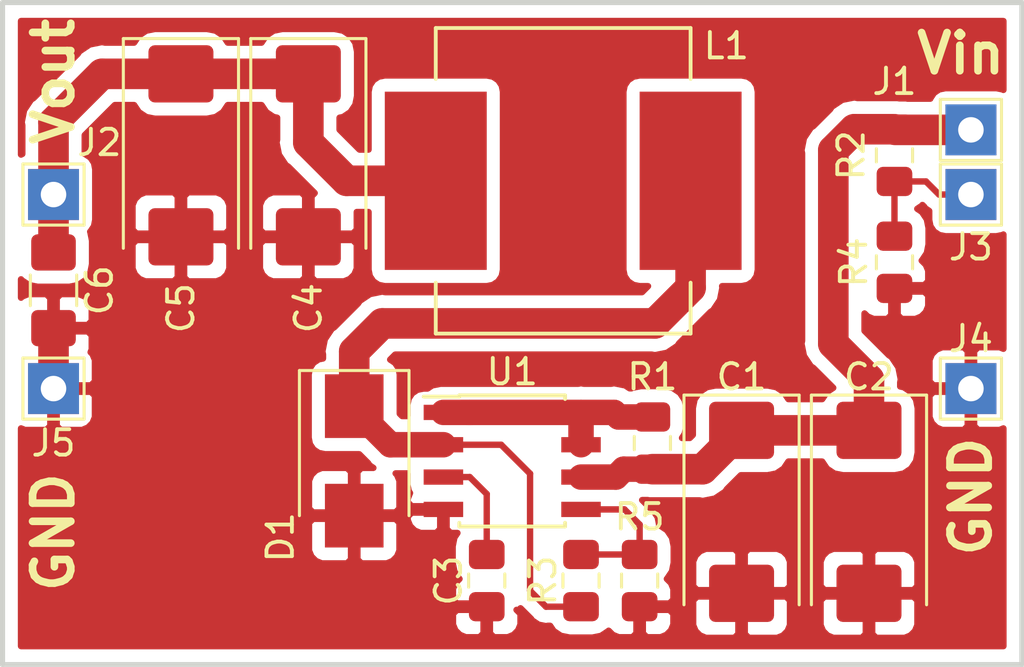
<source format=kicad_pcb>
(kicad_pcb (version 20171130) (host pcbnew 5.0.2-bee76a0~70~ubuntu18.04.1)

  (general
    (thickness 1.6)
    (drawings 8)
    (tracks 56)
    (zones 0)
    (modules 19)
    (nets 9)
  )

  (page A4)
  (layers
    (0 F.Cu signal)
    (31 B.Cu signal)
    (32 B.Adhes user hide)
    (33 F.Adhes user hide)
    (34 B.Paste user hide)
    (35 F.Paste user hide)
    (36 B.SilkS user)
    (37 F.SilkS user)
    (38 B.Mask user)
    (39 F.Mask user)
    (40 Dwgs.User user)
    (41 Cmts.User user)
    (42 Eco1.User user hide)
    (43 Eco2.User user hide)
    (44 Edge.Cuts user)
    (45 Margin user)
    (46 B.CrtYd user hide)
    (47 F.CrtYd user hide)
    (48 B.Fab user hide)
    (49 F.Fab user hide)
  )

  (setup
    (last_trace_width 0.25)
    (trace_clearance 0.2)
    (zone_clearance 0.508)
    (zone_45_only no)
    (trace_min 0.2)
    (segment_width 0.2)
    (edge_width 0.2)
    (via_size 0.8)
    (via_drill 0.4)
    (via_min_size 0.4)
    (via_min_drill 0.3)
    (uvia_size 0.3)
    (uvia_drill 0.1)
    (uvias_allowed no)
    (uvia_min_size 0.2)
    (uvia_min_drill 0.1)
    (pcb_text_width 0.3)
    (pcb_text_size 1.5 1.5)
    (mod_edge_width 0.15)
    (mod_text_size 1 1)
    (mod_text_width 0.15)
    (pad_size 2 2)
    (pad_drill 1)
    (pad_to_mask_clearance 0.051)
    (solder_mask_min_width 0.25)
    (aux_axis_origin 0 0)
    (grid_origin 50 100)
    (visible_elements FFFFFF7F)
    (pcbplotparams
      (layerselection 0x010fc_ffffffff)
      (usegerberextensions false)
      (usegerberattributes false)
      (usegerberadvancedattributes false)
      (creategerberjobfile false)
      (excludeedgelayer true)
      (linewidth 0.200000)
      (plotframeref false)
      (viasonmask false)
      (mode 1)
      (useauxorigin false)
      (hpglpennumber 1)
      (hpglpenspeed 20)
      (hpglpendiameter 15.000000)
      (psnegative false)
      (psa4output false)
      (plotreference true)
      (plotvalue true)
      (plotinvisibletext false)
      (padsonsilk false)
      (subtractmaskfromsilk false)
      (outputformat 1)
      (mirror false)
      (drillshape 1)
      (scaleselection 1)
      (outputdirectory ""))
  )

  (net 0 "")
  (net 1 "Net-(D1-Pad1)")
  (net 2 +5V)
  (net 3 Vin)
  (net 4 Vin_sense)
  (net 5 GNDD)
  (net 6 "Net-(R1-Pad2)")
  (net 7 "Net-(R3-Pad2)")
  (net 8 "Net-(C3-Pad1)")

  (net_class Default "This is the default net class."
    (clearance 0.2)
    (trace_width 0.25)
    (via_dia 0.8)
    (via_drill 0.4)
    (uvia_dia 0.3)
    (uvia_drill 0.1)
    (add_net +5V)
    (add_net GNDD)
    (add_net "Net-(C3-Pad1)")
    (add_net "Net-(D1-Pad1)")
    (add_net "Net-(R1-Pad2)")
    (add_net "Net-(R3-Pad2)")
    (add_net Vin)
    (add_net Vin_sense)
  )

  (module Capacitor_SMD:C_0805_2012Metric_Pad1.15x1.40mm_HandSolder (layer F.Cu) (tedit 5B36C52B) (tstamp 5CF7A8F3)
    (at 69 96.7 270)
    (descr "Capacitor SMD 0805 (2012 Metric), square (rectangular) end terminal, IPC_7351 nominal with elongated pad for handsoldering. (Body size source: https://docs.google.com/spreadsheets/d/1BsfQQcO9C6DZCsRaXUlFlo91Tg2WpOkGARC1WS5S8t0/edit?usp=sharing), generated with kicad-footprint-generator")
    (tags "capacitor handsolder")
    (path /5BC50407)
    (attr smd)
    (fp_text reference C3 (at 0 1.5 270) (layer F.SilkS)
      (effects (font (size 1 1) (thickness 0.15)))
    )
    (fp_text value 470pF (at 0 1.65 270) (layer F.Fab)
      (effects (font (size 1 1) (thickness 0.15)))
    )
    (fp_line (start -1 0.6) (end -1 -0.6) (layer F.Fab) (width 0.1))
    (fp_line (start -1 -0.6) (end 1 -0.6) (layer F.Fab) (width 0.1))
    (fp_line (start 1 -0.6) (end 1 0.6) (layer F.Fab) (width 0.1))
    (fp_line (start 1 0.6) (end -1 0.6) (layer F.Fab) (width 0.1))
    (fp_line (start -0.261252 -0.71) (end 0.261252 -0.71) (layer F.SilkS) (width 0.12))
    (fp_line (start -0.261252 0.71) (end 0.261252 0.71) (layer F.SilkS) (width 0.12))
    (fp_line (start -1.85 0.95) (end -1.85 -0.95) (layer F.CrtYd) (width 0.05))
    (fp_line (start -1.85 -0.95) (end 1.85 -0.95) (layer F.CrtYd) (width 0.05))
    (fp_line (start 1.85 -0.95) (end 1.85 0.95) (layer F.CrtYd) (width 0.05))
    (fp_line (start 1.85 0.95) (end -1.85 0.95) (layer F.CrtYd) (width 0.05))
    (fp_text user %R (at 0 0 270) (layer F.Fab)
      (effects (font (size 0.5 0.5) (thickness 0.08)))
    )
    (pad 1 smd roundrect (at -1.025 0 270) (size 1.15 1.4) (layers F.Cu F.Paste F.Mask) (roundrect_rratio 0.217391)
      (net 8 "Net-(C3-Pad1)"))
    (pad 2 smd roundrect (at 1.025 0 270) (size 1.15 1.4) (layers F.Cu F.Paste F.Mask) (roundrect_rratio 0.217391)
      (net 5 GNDD))
    (model ${KISYS3DMOD}/Capacitor_SMD.3dshapes/C_0805_2012Metric.wrl
      (at (xyz 0 0 0))
      (scale (xyz 1 1 1))
      (rotate (xyz 0 0 0))
    )
  )

  (module Capacitor_SMD:C_1206_3216Metric_Pad1.42x1.75mm_HandSolder (layer F.Cu) (tedit 5B301BBE) (tstamp 5CF7A8E2)
    (at 52 85.3 270)
    (descr "Capacitor SMD 1206 (3216 Metric), square (rectangular) end terminal, IPC_7351 nominal with elongated pad for handsoldering. (Body size source: http://www.tortai-tech.com/upload/download/2011102023233369053.pdf), generated with kicad-footprint-generator")
    (tags "capacitor handsolder")
    (path /5BC4B436)
    (attr smd)
    (fp_text reference C6 (at 0 -1.8 270) (layer F.SilkS)
      (effects (font (size 1 1) (thickness 0.15)))
    )
    (fp_text value "47uF 10V" (at 0 1.82 270) (layer F.Fab)
      (effects (font (size 1 1) (thickness 0.15)))
    )
    (fp_line (start -1.6 0.8) (end -1.6 -0.8) (layer F.Fab) (width 0.1))
    (fp_line (start -1.6 -0.8) (end 1.6 -0.8) (layer F.Fab) (width 0.1))
    (fp_line (start 1.6 -0.8) (end 1.6 0.8) (layer F.Fab) (width 0.1))
    (fp_line (start 1.6 0.8) (end -1.6 0.8) (layer F.Fab) (width 0.1))
    (fp_line (start -0.602064 -0.91) (end 0.602064 -0.91) (layer F.SilkS) (width 0.12))
    (fp_line (start -0.602064 0.91) (end 0.602064 0.91) (layer F.SilkS) (width 0.12))
    (fp_line (start -2.45 1.12) (end -2.45 -1.12) (layer F.CrtYd) (width 0.05))
    (fp_line (start -2.45 -1.12) (end 2.45 -1.12) (layer F.CrtYd) (width 0.05))
    (fp_line (start 2.45 -1.12) (end 2.45 1.12) (layer F.CrtYd) (width 0.05))
    (fp_line (start 2.45 1.12) (end -2.45 1.12) (layer F.CrtYd) (width 0.05))
    (fp_text user %R (at 0 0 270) (layer F.Fab)
      (effects (font (size 0.8 0.8) (thickness 0.12)))
    )
    (pad 1 smd roundrect (at -1.4875 0 270) (size 1.425 1.75) (layers F.Cu F.Paste F.Mask) (roundrect_rratio 0.175439)
      (net 2 +5V))
    (pad 2 smd roundrect (at 1.4875 0 270) (size 1.425 1.75) (layers F.Cu F.Paste F.Mask) (roundrect_rratio 0.175439)
      (net 5 GNDD))
    (model ${KISYS3DMOD}/Capacitor_SMD.3dshapes/C_1206_3216Metric.wrl
      (at (xyz 0 0 0))
      (scale (xyz 1 1 1))
      (rotate (xyz 0 0 0))
    )
  )

  (module Capacitor_Tantalum_SMD:CP_EIA-7343-31_Kemet-D_Pad2.25x2.55mm_HandSolder (layer F.Cu) (tedit 5B301BBE) (tstamp 5CF7A8D1)
    (at 79 94 270)
    (descr "Tantalum Capacitor SMD Kemet-D (7343-31 Metric), IPC_7351 nominal, (Body size from: http://www.kemet.com/Lists/ProductCatalog/Attachments/253/KEM_TC101_STD.pdf), generated with kicad-footprint-generator")
    (tags "capacitor tantalum")
    (path /5C07E108)
    (attr smd)
    (fp_text reference C1 (at -5.3 0) (layer F.SilkS)
      (effects (font (size 1 1) (thickness 0.15)))
    )
    (fp_text value "22uF 35V" (at 0 3.1 270) (layer F.Fab)
      (effects (font (size 1 1) (thickness 0.15)))
    )
    (fp_text user %R (at 0 0 270) (layer F.Fab)
      (effects (font (size 1 1) (thickness 0.15)))
    )
    (fp_line (start 4.58 2.4) (end -4.58 2.4) (layer F.CrtYd) (width 0.05))
    (fp_line (start 4.58 -2.4) (end 4.58 2.4) (layer F.CrtYd) (width 0.05))
    (fp_line (start -4.58 -2.4) (end 4.58 -2.4) (layer F.CrtYd) (width 0.05))
    (fp_line (start -4.58 2.4) (end -4.58 -2.4) (layer F.CrtYd) (width 0.05))
    (fp_line (start -4.585 2.26) (end 3.65 2.26) (layer F.SilkS) (width 0.12))
    (fp_line (start -4.585 -2.26) (end -4.585 2.26) (layer F.SilkS) (width 0.12))
    (fp_line (start 3.65 -2.26) (end -4.585 -2.26) (layer F.SilkS) (width 0.12))
    (fp_line (start 3.65 2.15) (end 3.65 -2.15) (layer F.Fab) (width 0.1))
    (fp_line (start -3.65 2.15) (end 3.65 2.15) (layer F.Fab) (width 0.1))
    (fp_line (start -3.65 -1.15) (end -3.65 2.15) (layer F.Fab) (width 0.1))
    (fp_line (start -2.65 -2.15) (end -3.65 -1.15) (layer F.Fab) (width 0.1))
    (fp_line (start 3.65 -2.15) (end -2.65 -2.15) (layer F.Fab) (width 0.1))
    (pad 2 smd roundrect (at 3.2 0 270) (size 2.25 2.55) (layers F.Cu F.Paste F.Mask) (roundrect_rratio 0.111111)
      (net 5 GNDD))
    (pad 1 smd roundrect (at -3.2 0 270) (size 2.25 2.55) (layers F.Cu F.Paste F.Mask) (roundrect_rratio 0.111111)
      (net 3 Vin))
    (model ${KISYS3DMOD}/Capacitor_Tantalum_SMD.3dshapes/CP_EIA-7343-31_Kemet-D.wrl
      (at (xyz 0 0 0))
      (scale (xyz 1 1 1))
      (rotate (xyz 0 0 0))
    )
  )

  (module Capacitor_Tantalum_SMD:CP_EIA-7343-31_Kemet-D_Pad2.25x2.55mm_HandSolder (layer F.Cu) (tedit 5B301BBE) (tstamp 5CF7A8BE)
    (at 84 94 270)
    (descr "Tantalum Capacitor SMD Kemet-D (7343-31 Metric), IPC_7351 nominal, (Body size from: http://www.kemet.com/Lists/ProductCatalog/Attachments/253/KEM_TC101_STD.pdf), generated with kicad-footprint-generator")
    (tags "capacitor tantalum")
    (path /5BC544AF)
    (attr smd)
    (fp_text reference C2 (at -5.3 0) (layer F.SilkS)
      (effects (font (size 1 1) (thickness 0.15)))
    )
    (fp_text value "22uF 35V" (at 0 3.1 270) (layer F.Fab)
      (effects (font (size 1 1) (thickness 0.15)))
    )
    (fp_line (start 3.65 -2.15) (end -2.65 -2.15) (layer F.Fab) (width 0.1))
    (fp_line (start -2.65 -2.15) (end -3.65 -1.15) (layer F.Fab) (width 0.1))
    (fp_line (start -3.65 -1.15) (end -3.65 2.15) (layer F.Fab) (width 0.1))
    (fp_line (start -3.65 2.15) (end 3.65 2.15) (layer F.Fab) (width 0.1))
    (fp_line (start 3.65 2.15) (end 3.65 -2.15) (layer F.Fab) (width 0.1))
    (fp_line (start 3.65 -2.26) (end -4.585 -2.26) (layer F.SilkS) (width 0.12))
    (fp_line (start -4.585 -2.26) (end -4.585 2.26) (layer F.SilkS) (width 0.12))
    (fp_line (start -4.585 2.26) (end 3.65 2.26) (layer F.SilkS) (width 0.12))
    (fp_line (start -4.58 2.4) (end -4.58 -2.4) (layer F.CrtYd) (width 0.05))
    (fp_line (start -4.58 -2.4) (end 4.58 -2.4) (layer F.CrtYd) (width 0.05))
    (fp_line (start 4.58 -2.4) (end 4.58 2.4) (layer F.CrtYd) (width 0.05))
    (fp_line (start 4.58 2.4) (end -4.58 2.4) (layer F.CrtYd) (width 0.05))
    (fp_text user %R (at 0 0 270) (layer F.Fab)
      (effects (font (size 1 1) (thickness 0.15)))
    )
    (pad 1 smd roundrect (at -3.2 0 270) (size 2.25 2.55) (layers F.Cu F.Paste F.Mask) (roundrect_rratio 0.111111)
      (net 3 Vin))
    (pad 2 smd roundrect (at 3.2 0 270) (size 2.25 2.55) (layers F.Cu F.Paste F.Mask) (roundrect_rratio 0.111111)
      (net 5 GNDD))
    (model ${KISYS3DMOD}/Capacitor_Tantalum_SMD.3dshapes/CP_EIA-7343-31_Kemet-D.wrl
      (at (xyz 0 0 0))
      (scale (xyz 1 1 1))
      (rotate (xyz 0 0 0))
    )
  )

  (module Capacitor_Tantalum_SMD:CP_EIA-7343-31_Kemet-D_Pad2.25x2.55mm_HandSolder (layer F.Cu) (tedit 5B301BBE) (tstamp 5CF7A8AB)
    (at 62 80 270)
    (descr "Tantalum Capacitor SMD Kemet-D (7343-31 Metric), IPC_7351 nominal, (Body size from: http://www.kemet.com/Lists/ProductCatalog/Attachments/253/KEM_TC101_STD.pdf), generated with kicad-footprint-generator")
    (tags "capacitor tantalum")
    (path /5BC4AFCF)
    (attr smd)
    (fp_text reference C4 (at 6 0 270) (layer F.SilkS)
      (effects (font (size 1 1) (thickness 0.15)))
    )
    (fp_text value "220uF 10V" (at 0 3.1 270) (layer F.Fab)
      (effects (font (size 1 1) (thickness 0.15)))
    )
    (fp_text user %R (at 0 0 270) (layer F.Fab)
      (effects (font (size 1 1) (thickness 0.15)))
    )
    (fp_line (start 4.58 2.4) (end -4.58 2.4) (layer F.CrtYd) (width 0.05))
    (fp_line (start 4.58 -2.4) (end 4.58 2.4) (layer F.CrtYd) (width 0.05))
    (fp_line (start -4.58 -2.4) (end 4.58 -2.4) (layer F.CrtYd) (width 0.05))
    (fp_line (start -4.58 2.4) (end -4.58 -2.4) (layer F.CrtYd) (width 0.05))
    (fp_line (start -4.585 2.26) (end 3.65 2.26) (layer F.SilkS) (width 0.12))
    (fp_line (start -4.585 -2.26) (end -4.585 2.26) (layer F.SilkS) (width 0.12))
    (fp_line (start 3.65 -2.26) (end -4.585 -2.26) (layer F.SilkS) (width 0.12))
    (fp_line (start 3.65 2.15) (end 3.65 -2.15) (layer F.Fab) (width 0.1))
    (fp_line (start -3.65 2.15) (end 3.65 2.15) (layer F.Fab) (width 0.1))
    (fp_line (start -3.65 -1.15) (end -3.65 2.15) (layer F.Fab) (width 0.1))
    (fp_line (start -2.65 -2.15) (end -3.65 -1.15) (layer F.Fab) (width 0.1))
    (fp_line (start 3.65 -2.15) (end -2.65 -2.15) (layer F.Fab) (width 0.1))
    (pad 2 smd roundrect (at 3.2 0 270) (size 2.25 2.55) (layers F.Cu F.Paste F.Mask) (roundrect_rratio 0.111111)
      (net 5 GNDD))
    (pad 1 smd roundrect (at -3.2 0 270) (size 2.25 2.55) (layers F.Cu F.Paste F.Mask) (roundrect_rratio 0.111111)
      (net 2 +5V))
    (model ${KISYS3DMOD}/Capacitor_Tantalum_SMD.3dshapes/CP_EIA-7343-31_Kemet-D.wrl
      (at (xyz 0 0 0))
      (scale (xyz 1 1 1))
      (rotate (xyz 0 0 0))
    )
  )

  (module Capacitor_Tantalum_SMD:CP_EIA-7343-31_Kemet-D_Pad2.25x2.55mm_HandSolder (layer F.Cu) (tedit 5B301BBE) (tstamp 5CF7A898)
    (at 57 80 270)
    (descr "Tantalum Capacitor SMD Kemet-D (7343-31 Metric), IPC_7351 nominal, (Body size from: http://www.kemet.com/Lists/ProductCatalog/Attachments/253/KEM_TC101_STD.pdf), generated with kicad-footprint-generator")
    (tags "capacitor tantalum")
    (path /5C07A8B3)
    (attr smd)
    (fp_text reference C5 (at 6 0 270) (layer F.SilkS)
      (effects (font (size 1 1) (thickness 0.15)))
    )
    (fp_text value "220uF 10V" (at 0 3.1 270) (layer F.Fab)
      (effects (font (size 1 1) (thickness 0.15)))
    )
    (fp_line (start 3.65 -2.15) (end -2.65 -2.15) (layer F.Fab) (width 0.1))
    (fp_line (start -2.65 -2.15) (end -3.65 -1.15) (layer F.Fab) (width 0.1))
    (fp_line (start -3.65 -1.15) (end -3.65 2.15) (layer F.Fab) (width 0.1))
    (fp_line (start -3.65 2.15) (end 3.65 2.15) (layer F.Fab) (width 0.1))
    (fp_line (start 3.65 2.15) (end 3.65 -2.15) (layer F.Fab) (width 0.1))
    (fp_line (start 3.65 -2.26) (end -4.585 -2.26) (layer F.SilkS) (width 0.12))
    (fp_line (start -4.585 -2.26) (end -4.585 2.26) (layer F.SilkS) (width 0.12))
    (fp_line (start -4.585 2.26) (end 3.65 2.26) (layer F.SilkS) (width 0.12))
    (fp_line (start -4.58 2.4) (end -4.58 -2.4) (layer F.CrtYd) (width 0.05))
    (fp_line (start -4.58 -2.4) (end 4.58 -2.4) (layer F.CrtYd) (width 0.05))
    (fp_line (start 4.58 -2.4) (end 4.58 2.4) (layer F.CrtYd) (width 0.05))
    (fp_line (start 4.58 2.4) (end -4.58 2.4) (layer F.CrtYd) (width 0.05))
    (fp_text user %R (at 0 0 270) (layer F.Fab)
      (effects (font (size 1 1) (thickness 0.15)))
    )
    (pad 1 smd roundrect (at -3.2 0 270) (size 2.25 2.55) (layers F.Cu F.Paste F.Mask) (roundrect_rratio 0.111111)
      (net 2 +5V))
    (pad 2 smd roundrect (at 3.2 0 270) (size 2.25 2.55) (layers F.Cu F.Paste F.Mask) (roundrect_rratio 0.111111)
      (net 5 GNDD))
    (model ${KISYS3DMOD}/Capacitor_Tantalum_SMD.3dshapes/CP_EIA-7343-31_Kemet-D.wrl
      (at (xyz 0 0 0))
      (scale (xyz 1 1 1))
      (rotate (xyz 0 0 0))
    )
  )

  (module Diode_SMD:D_SMB (layer F.Cu) (tedit 58645DF3) (tstamp 5CF7A885)
    (at 63.8 92 270)
    (descr "Diode SMB (DO-214AA)")
    (tags "Diode SMB (DO-214AA)")
    (path /5C49EDA2)
    (attr smd)
    (fp_text reference D1 (at 3 2.9 270) (layer F.SilkS)
      (effects (font (size 1 1) (thickness 0.15)))
    )
    (fp_text value B240 (at 0 3.1 270) (layer F.Fab)
      (effects (font (size 1 1) (thickness 0.15)))
    )
    (fp_text user %R (at 0 -3 270) (layer F.Fab)
      (effects (font (size 1 1) (thickness 0.15)))
    )
    (fp_line (start -3.55 -2.15) (end -3.55 2.15) (layer F.SilkS) (width 0.12))
    (fp_line (start 2.3 2) (end -2.3 2) (layer F.Fab) (width 0.1))
    (fp_line (start -2.3 2) (end -2.3 -2) (layer F.Fab) (width 0.1))
    (fp_line (start 2.3 -2) (end 2.3 2) (layer F.Fab) (width 0.1))
    (fp_line (start 2.3 -2) (end -2.3 -2) (layer F.Fab) (width 0.1))
    (fp_line (start -3.65 -2.25) (end 3.65 -2.25) (layer F.CrtYd) (width 0.05))
    (fp_line (start 3.65 -2.25) (end 3.65 2.25) (layer F.CrtYd) (width 0.05))
    (fp_line (start 3.65 2.25) (end -3.65 2.25) (layer F.CrtYd) (width 0.05))
    (fp_line (start -3.65 2.25) (end -3.65 -2.25) (layer F.CrtYd) (width 0.05))
    (fp_line (start -0.64944 0.00102) (end -1.55114 0.00102) (layer F.Fab) (width 0.1))
    (fp_line (start 0.50118 0.00102) (end 1.4994 0.00102) (layer F.Fab) (width 0.1))
    (fp_line (start -0.64944 -0.79908) (end -0.64944 0.80112) (layer F.Fab) (width 0.1))
    (fp_line (start 0.50118 0.75032) (end 0.50118 -0.79908) (layer F.Fab) (width 0.1))
    (fp_line (start -0.64944 0.00102) (end 0.50118 0.75032) (layer F.Fab) (width 0.1))
    (fp_line (start -0.64944 0.00102) (end 0.50118 -0.79908) (layer F.Fab) (width 0.1))
    (fp_line (start -3.55 2.15) (end 2.15 2.15) (layer F.SilkS) (width 0.12))
    (fp_line (start -3.55 -2.15) (end 2.15 -2.15) (layer F.SilkS) (width 0.12))
    (pad 1 smd rect (at -2.15 0 270) (size 2.5 2.3) (layers F.Cu F.Paste F.Mask)
      (net 1 "Net-(D1-Pad1)"))
    (pad 2 smd rect (at 2.15 0 270) (size 2.5 2.3) (layers F.Cu F.Paste F.Mask)
      (net 5 GNDD))
    (model ${KISYS3DMOD}/Diode_SMD.3dshapes/D_SMB.wrl
      (at (xyz 0 0 0))
      (scale (xyz 1 1 1))
      (rotate (xyz 0 0 0))
    )
  )

  (module Package_SO:SOIC-8_3.9x4.9mm_P1.27mm (layer F.Cu) (tedit 5A02F2D3) (tstamp 5CF7A86D)
    (at 70 92)
    (descr "8-Lead Plastic Small Outline (SN) - Narrow, 3.90 mm Body [SOIC] (see Microchip Packaging Specification http://ww1.microchip.com/downloads/en/PackagingSpec/00000049BQ.pdf)")
    (tags "SOIC 1.27")
    (path /5BC4A872)
    (attr smd)
    (fp_text reference U1 (at 0 -3.5) (layer F.SilkS)
      (effects (font (size 1 1) (thickness 0.15)))
    )
    (fp_text value MC34063AD (at 0 3.5) (layer F.Fab)
      (effects (font (size 1 1) (thickness 0.15)))
    )
    (fp_text user %R (at 0 0) (layer F.Fab)
      (effects (font (size 1 1) (thickness 0.15)))
    )
    (fp_line (start -0.95 -2.45) (end 1.95 -2.45) (layer F.Fab) (width 0.1))
    (fp_line (start 1.95 -2.45) (end 1.95 2.45) (layer F.Fab) (width 0.1))
    (fp_line (start 1.95 2.45) (end -1.95 2.45) (layer F.Fab) (width 0.1))
    (fp_line (start -1.95 2.45) (end -1.95 -1.45) (layer F.Fab) (width 0.1))
    (fp_line (start -1.95 -1.45) (end -0.95 -2.45) (layer F.Fab) (width 0.1))
    (fp_line (start -3.73 -2.7) (end -3.73 2.7) (layer F.CrtYd) (width 0.05))
    (fp_line (start 3.73 -2.7) (end 3.73 2.7) (layer F.CrtYd) (width 0.05))
    (fp_line (start -3.73 -2.7) (end 3.73 -2.7) (layer F.CrtYd) (width 0.05))
    (fp_line (start -3.73 2.7) (end 3.73 2.7) (layer F.CrtYd) (width 0.05))
    (fp_line (start -2.075 -2.575) (end -2.075 -2.525) (layer F.SilkS) (width 0.15))
    (fp_line (start 2.075 -2.575) (end 2.075 -2.43) (layer F.SilkS) (width 0.15))
    (fp_line (start 2.075 2.575) (end 2.075 2.43) (layer F.SilkS) (width 0.15))
    (fp_line (start -2.075 2.575) (end -2.075 2.43) (layer F.SilkS) (width 0.15))
    (fp_line (start -2.075 -2.575) (end 2.075 -2.575) (layer F.SilkS) (width 0.15))
    (fp_line (start -2.075 2.575) (end 2.075 2.575) (layer F.SilkS) (width 0.15))
    (fp_line (start -2.075 -2.525) (end -3.475 -2.525) (layer F.SilkS) (width 0.15))
    (pad 1 smd rect (at -2.7 -1.905) (size 1.55 0.6) (layers F.Cu F.Paste F.Mask)
      (net 6 "Net-(R1-Pad2)"))
    (pad 2 smd rect (at -2.7 -0.635) (size 1.55 0.6) (layers F.Cu F.Paste F.Mask)
      (net 1 "Net-(D1-Pad1)"))
    (pad 3 smd rect (at -2.7 0.635) (size 1.55 0.6) (layers F.Cu F.Paste F.Mask)
      (net 8 "Net-(C3-Pad1)"))
    (pad 4 smd rect (at -2.7 1.905) (size 1.55 0.6) (layers F.Cu F.Paste F.Mask)
      (net 5 GNDD))
    (pad 5 smd rect (at 2.7 1.905) (size 1.55 0.6) (layers F.Cu F.Paste F.Mask)
      (net 7 "Net-(R3-Pad2)"))
    (pad 6 smd rect (at 2.7 0.635) (size 1.55 0.6) (layers F.Cu F.Paste F.Mask)
      (net 3 Vin))
    (pad 7 smd rect (at 2.7 -0.635) (size 1.55 0.6) (layers F.Cu F.Paste F.Mask)
      (net 6 "Net-(R1-Pad2)"))
    (pad 8 smd rect (at 2.7 -1.905) (size 1.55 0.6) (layers F.Cu F.Paste F.Mask)
      (net 6 "Net-(R1-Pad2)"))
    (model ${KISYS3DMOD}/Package_SO.3dshapes/SOIC-8_3.9x4.9mm_P1.27mm.wrl
      (at (xyz 0 0 0))
      (scale (xyz 1 1 1))
      (rotate (xyz 0 0 0))
    )
  )

  (module Resistor_SMD:R_0805_2012Metric_Pad1.15x1.40mm_HandSolder (layer F.Cu) (tedit 5B36C52B) (tstamp 5CF7A850)
    (at 75 96.7 270)
    (descr "Resistor SMD 0805 (2012 Metric), square (rectangular) end terminal, IPC_7351 nominal with elongated pad for handsoldering. (Body size source: https://docs.google.com/spreadsheets/d/1BsfQQcO9C6DZCsRaXUlFlo91Tg2WpOkGARC1WS5S8t0/edit?usp=sharing), generated with kicad-footprint-generator")
    (tags "resistor handsolder")
    (path /5BC4CB89)
    (attr smd)
    (fp_text reference R5 (at -2.5 0) (layer F.SilkS)
      (effects (font (size 1 1) (thickness 0.15)))
    )
    (fp_text value 1.2k (at 0 1.65 270) (layer F.Fab)
      (effects (font (size 1 1) (thickness 0.15)))
    )
    (fp_line (start -1 0.6) (end -1 -0.6) (layer F.Fab) (width 0.1))
    (fp_line (start -1 -0.6) (end 1 -0.6) (layer F.Fab) (width 0.1))
    (fp_line (start 1 -0.6) (end 1 0.6) (layer F.Fab) (width 0.1))
    (fp_line (start 1 0.6) (end -1 0.6) (layer F.Fab) (width 0.1))
    (fp_line (start -0.261252 -0.71) (end 0.261252 -0.71) (layer F.SilkS) (width 0.12))
    (fp_line (start -0.261252 0.71) (end 0.261252 0.71) (layer F.SilkS) (width 0.12))
    (fp_line (start -1.85 0.95) (end -1.85 -0.95) (layer F.CrtYd) (width 0.05))
    (fp_line (start -1.85 -0.95) (end 1.85 -0.95) (layer F.CrtYd) (width 0.05))
    (fp_line (start 1.85 -0.95) (end 1.85 0.95) (layer F.CrtYd) (width 0.05))
    (fp_line (start 1.85 0.95) (end -1.85 0.95) (layer F.CrtYd) (width 0.05))
    (fp_text user %R (at 0 0 270) (layer F.Fab)
      (effects (font (size 0.5 0.5) (thickness 0.08)))
    )
    (pad 1 smd roundrect (at -1.025 0 270) (size 1.15 1.4) (layers F.Cu F.Paste F.Mask) (roundrect_rratio 0.217391)
      (net 7 "Net-(R3-Pad2)"))
    (pad 2 smd roundrect (at 1.025 0 270) (size 1.15 1.4) (layers F.Cu F.Paste F.Mask) (roundrect_rratio 0.217391)
      (net 5 GNDD))
    (model ${KISYS3DMOD}/Resistor_SMD.3dshapes/R_0805_2012Metric.wrl
      (at (xyz 0 0 0))
      (scale (xyz 1 1 1))
      (rotate (xyz 0 0 0))
    )
  )

  (module Resistor_SMD:R_0805_2012Metric_Pad1.15x1.40mm_HandSolder (layer F.Cu) (tedit 5B36C52B) (tstamp 5CF7A83F)
    (at 85 84.2 270)
    (descr "Resistor SMD 0805 (2012 Metric), square (rectangular) end terminal, IPC_7351 nominal with elongated pad for handsoldering. (Body size source: https://docs.google.com/spreadsheets/d/1BsfQQcO9C6DZCsRaXUlFlo91Tg2WpOkGARC1WS5S8t0/edit?usp=sharing), generated with kicad-footprint-generator")
    (tags "resistor handsolder")
    (path /5BC58F56)
    (attr smd)
    (fp_text reference R4 (at 0 1.6 270) (layer F.SilkS)
      (effects (font (size 1 1) (thickness 0.15)))
    )
    (fp_text value 1k (at 0 1.65 270) (layer F.Fab)
      (effects (font (size 1 1) (thickness 0.15)))
    )
    (fp_text user %R (at 0 0 270) (layer F.Fab)
      (effects (font (size 0.5 0.5) (thickness 0.08)))
    )
    (fp_line (start 1.85 0.95) (end -1.85 0.95) (layer F.CrtYd) (width 0.05))
    (fp_line (start 1.85 -0.95) (end 1.85 0.95) (layer F.CrtYd) (width 0.05))
    (fp_line (start -1.85 -0.95) (end 1.85 -0.95) (layer F.CrtYd) (width 0.05))
    (fp_line (start -1.85 0.95) (end -1.85 -0.95) (layer F.CrtYd) (width 0.05))
    (fp_line (start -0.261252 0.71) (end 0.261252 0.71) (layer F.SilkS) (width 0.12))
    (fp_line (start -0.261252 -0.71) (end 0.261252 -0.71) (layer F.SilkS) (width 0.12))
    (fp_line (start 1 0.6) (end -1 0.6) (layer F.Fab) (width 0.1))
    (fp_line (start 1 -0.6) (end 1 0.6) (layer F.Fab) (width 0.1))
    (fp_line (start -1 -0.6) (end 1 -0.6) (layer F.Fab) (width 0.1))
    (fp_line (start -1 0.6) (end -1 -0.6) (layer F.Fab) (width 0.1))
    (pad 2 smd roundrect (at 1.025 0 270) (size 1.15 1.4) (layers F.Cu F.Paste F.Mask) (roundrect_rratio 0.217391)
      (net 5 GNDD))
    (pad 1 smd roundrect (at -1.025 0 270) (size 1.15 1.4) (layers F.Cu F.Paste F.Mask) (roundrect_rratio 0.217391)
      (net 4 Vin_sense))
    (model ${KISYS3DMOD}/Resistor_SMD.3dshapes/R_0805_2012Metric.wrl
      (at (xyz 0 0 0))
      (scale (xyz 1 1 1))
      (rotate (xyz 0 0 0))
    )
  )

  (module Resistor_SMD:R_0805_2012Metric_Pad1.15x1.40mm_HandSolder (layer F.Cu) (tedit 5B36C52B) (tstamp 5CF7A82E)
    (at 72.7 96.7 90)
    (descr "Resistor SMD 0805 (2012 Metric), square (rectangular) end terminal, IPC_7351 nominal with elongated pad for handsoldering. (Body size source: https://docs.google.com/spreadsheets/d/1BsfQQcO9C6DZCsRaXUlFlo91Tg2WpOkGARC1WS5S8t0/edit?usp=sharing), generated with kicad-footprint-generator")
    (tags "resistor handsolder")
    (path /5BC4C84A)
    (attr smd)
    (fp_text reference R3 (at 0 -1.5 90) (layer F.SilkS)
      (effects (font (size 1 1) (thickness 0.15)))
    )
    (fp_text value 3.6k (at 0 1.65 90) (layer F.Fab)
      (effects (font (size 1 1) (thickness 0.15)))
    )
    (fp_line (start -1 0.6) (end -1 -0.6) (layer F.Fab) (width 0.1))
    (fp_line (start -1 -0.6) (end 1 -0.6) (layer F.Fab) (width 0.1))
    (fp_line (start 1 -0.6) (end 1 0.6) (layer F.Fab) (width 0.1))
    (fp_line (start 1 0.6) (end -1 0.6) (layer F.Fab) (width 0.1))
    (fp_line (start -0.261252 -0.71) (end 0.261252 -0.71) (layer F.SilkS) (width 0.12))
    (fp_line (start -0.261252 0.71) (end 0.261252 0.71) (layer F.SilkS) (width 0.12))
    (fp_line (start -1.85 0.95) (end -1.85 -0.95) (layer F.CrtYd) (width 0.05))
    (fp_line (start -1.85 -0.95) (end 1.85 -0.95) (layer F.CrtYd) (width 0.05))
    (fp_line (start 1.85 -0.95) (end 1.85 0.95) (layer F.CrtYd) (width 0.05))
    (fp_line (start 1.85 0.95) (end -1.85 0.95) (layer F.CrtYd) (width 0.05))
    (fp_text user %R (at 0 0 90) (layer F.Fab)
      (effects (font (size 0.5 0.5) (thickness 0.08)))
    )
    (pad 1 smd roundrect (at -1.025 0 90) (size 1.15 1.4) (layers F.Cu F.Paste F.Mask) (roundrect_rratio 0.217391)
      (net 1 "Net-(D1-Pad1)"))
    (pad 2 smd roundrect (at 1.025 0 90) (size 1.15 1.4) (layers F.Cu F.Paste F.Mask) (roundrect_rratio 0.217391)
      (net 7 "Net-(R3-Pad2)"))
    (model ${KISYS3DMOD}/Resistor_SMD.3dshapes/R_0805_2012Metric.wrl
      (at (xyz 0 0 0))
      (scale (xyz 1 1 1))
      (rotate (xyz 0 0 0))
    )
  )

  (module Resistor_SMD:R_0805_2012Metric_Pad1.15x1.40mm_HandSolder (layer F.Cu) (tedit 5B36C52B) (tstamp 5CF7A81D)
    (at 75.5 91.3 90)
    (descr "Resistor SMD 0805 (2012 Metric), square (rectangular) end terminal, IPC_7351 nominal with elongated pad for handsoldering. (Body size source: https://docs.google.com/spreadsheets/d/1BsfQQcO9C6DZCsRaXUlFlo91Tg2WpOkGARC1WS5S8t0/edit?usp=sharing), generated with kicad-footprint-generator")
    (tags "resistor handsolder")
    (path /5BC4E656)
    (attr smd)
    (fp_text reference R1 (at 2.6 0 180) (layer F.SilkS)
      (effects (font (size 1 1) (thickness 0.15)))
    )
    (fp_text value 0.33R (at 0 1.65 90) (layer F.Fab)
      (effects (font (size 1 1) (thickness 0.15)))
    )
    (fp_text user %R (at 0 0 90) (layer F.Fab)
      (effects (font (size 0.5 0.5) (thickness 0.08)))
    )
    (fp_line (start 1.85 0.95) (end -1.85 0.95) (layer F.CrtYd) (width 0.05))
    (fp_line (start 1.85 -0.95) (end 1.85 0.95) (layer F.CrtYd) (width 0.05))
    (fp_line (start -1.85 -0.95) (end 1.85 -0.95) (layer F.CrtYd) (width 0.05))
    (fp_line (start -1.85 0.95) (end -1.85 -0.95) (layer F.CrtYd) (width 0.05))
    (fp_line (start -0.261252 0.71) (end 0.261252 0.71) (layer F.SilkS) (width 0.12))
    (fp_line (start -0.261252 -0.71) (end 0.261252 -0.71) (layer F.SilkS) (width 0.12))
    (fp_line (start 1 0.6) (end -1 0.6) (layer F.Fab) (width 0.1))
    (fp_line (start 1 -0.6) (end 1 0.6) (layer F.Fab) (width 0.1))
    (fp_line (start -1 -0.6) (end 1 -0.6) (layer F.Fab) (width 0.1))
    (fp_line (start -1 0.6) (end -1 -0.6) (layer F.Fab) (width 0.1))
    (pad 2 smd roundrect (at 1.025 0 90) (size 1.15 1.4) (layers F.Cu F.Paste F.Mask) (roundrect_rratio 0.217391)
      (net 6 "Net-(R1-Pad2)"))
    (pad 1 smd roundrect (at -1.025 0 90) (size 1.15 1.4) (layers F.Cu F.Paste F.Mask) (roundrect_rratio 0.217391)
      (net 3 Vin))
    (model ${KISYS3DMOD}/Resistor_SMD.3dshapes/R_0805_2012Metric.wrl
      (at (xyz 0 0 0))
      (scale (xyz 1 1 1))
      (rotate (xyz 0 0 0))
    )
  )

  (module Resistor_SMD:R_0805_2012Metric_Pad1.15x1.40mm_HandSolder (layer F.Cu) (tedit 5B36C52B) (tstamp 5CF7A80C)
    (at 85 80 270)
    (descr "Resistor SMD 0805 (2012 Metric), square (rectangular) end terminal, IPC_7351 nominal with elongated pad for handsoldering. (Body size source: https://docs.google.com/spreadsheets/d/1BsfQQcO9C6DZCsRaXUlFlo91Tg2WpOkGARC1WS5S8t0/edit?usp=sharing), generated with kicad-footprint-generator")
    (tags "resistor handsolder")
    (path /5BC58F4F)
    (attr smd)
    (fp_text reference R2 (at 0 1.7 270) (layer F.SilkS)
      (effects (font (size 1 1) (thickness 0.15)))
    )
    (fp_text value 2.7k (at 0 1.65 270) (layer F.Fab)
      (effects (font (size 1 1) (thickness 0.15)))
    )
    (fp_line (start -1 0.6) (end -1 -0.6) (layer F.Fab) (width 0.1))
    (fp_line (start -1 -0.6) (end 1 -0.6) (layer F.Fab) (width 0.1))
    (fp_line (start 1 -0.6) (end 1 0.6) (layer F.Fab) (width 0.1))
    (fp_line (start 1 0.6) (end -1 0.6) (layer F.Fab) (width 0.1))
    (fp_line (start -0.261252 -0.71) (end 0.261252 -0.71) (layer F.SilkS) (width 0.12))
    (fp_line (start -0.261252 0.71) (end 0.261252 0.71) (layer F.SilkS) (width 0.12))
    (fp_line (start -1.85 0.95) (end -1.85 -0.95) (layer F.CrtYd) (width 0.05))
    (fp_line (start -1.85 -0.95) (end 1.85 -0.95) (layer F.CrtYd) (width 0.05))
    (fp_line (start 1.85 -0.95) (end 1.85 0.95) (layer F.CrtYd) (width 0.05))
    (fp_line (start 1.85 0.95) (end -1.85 0.95) (layer F.CrtYd) (width 0.05))
    (fp_text user %R (at 0 0 270) (layer F.Fab)
      (effects (font (size 0.5 0.5) (thickness 0.08)))
    )
    (pad 1 smd roundrect (at -1.025 0 270) (size 1.15 1.4) (layers F.Cu F.Paste F.Mask) (roundrect_rratio 0.217391)
      (net 3 Vin))
    (pad 2 smd roundrect (at 1.025 0 270) (size 1.15 1.4) (layers F.Cu F.Paste F.Mask) (roundrect_rratio 0.217391)
      (net 4 Vin_sense))
    (model ${KISYS3DMOD}/Resistor_SMD.3dshapes/R_0805_2012Metric.wrl
      (at (xyz 0 0 0))
      (scale (xyz 1 1 1))
      (rotate (xyz 0 0 0))
    )
  )

  (module TestPoint:TestPoint_THTPad_2.0x2.0mm_Drill1.0mm (layer F.Cu) (tedit 5A0F774F) (tstamp 5CF7A7FB)
    (at 52 89.16)
    (descr "THT rectangular pad as test Point, square 2.0mm_Drill1.0mm  side length, hole diameter 1.0mm")
    (tags "test point THT pad rectangle square")
    (path /5CFA3C73)
    (attr virtual)
    (fp_text reference J5 (at 0 2.14) (layer F.SilkS)
      (effects (font (size 1 1) (thickness 0.15)))
    )
    (fp_text value Pin (at 0 2.05) (layer F.Fab)
      (effects (font (size 1 1) (thickness 0.15)))
    )
    (fp_text user %R (at 0 -2) (layer F.Fab)
      (effects (font (size 1 1) (thickness 0.15)))
    )
    (fp_line (start -1.2 -1.2) (end 1.2 -1.2) (layer F.SilkS) (width 0.12))
    (fp_line (start 1.2 -1.2) (end 1.2 1.2) (layer F.SilkS) (width 0.12))
    (fp_line (start 1.2 1.2) (end -1.2 1.2) (layer F.SilkS) (width 0.12))
    (fp_line (start -1.2 1.2) (end -1.2 -1.2) (layer F.SilkS) (width 0.12))
    (fp_line (start -1.5 -1.5) (end 1.5 -1.5) (layer F.CrtYd) (width 0.05))
    (fp_line (start -1.5 -1.5) (end -1.5 1.5) (layer F.CrtYd) (width 0.05))
    (fp_line (start 1.5 1.5) (end 1.5 -1.5) (layer F.CrtYd) (width 0.05))
    (fp_line (start 1.5 1.5) (end -1.5 1.5) (layer F.CrtYd) (width 0.05))
    (pad 1 thru_hole rect (at 0 0) (size 2 2) (drill 1) (layers *.Cu *.Mask)
      (net 5 GNDD))
  )

  (module TestPoint:TestPoint_THTPad_2.0x2.0mm_Drill1.0mm (layer F.Cu) (tedit 5A0F774F) (tstamp 5CF7A7ED)
    (at 88 89.16)
    (descr "THT rectangular pad as test Point, square 2.0mm_Drill1.0mm  side length, hole diameter 1.0mm")
    (tags "test point THT pad rectangle square")
    (path /5C083460)
    (attr virtual)
    (fp_text reference J4 (at 0 -1.96) (layer F.SilkS)
      (effects (font (size 1 1) (thickness 0.15)))
    )
    (fp_text value Pin (at 0 2.05) (layer F.Fab)
      (effects (font (size 1 1) (thickness 0.15)))
    )
    (fp_line (start 1.5 1.5) (end -1.5 1.5) (layer F.CrtYd) (width 0.05))
    (fp_line (start 1.5 1.5) (end 1.5 -1.5) (layer F.CrtYd) (width 0.05))
    (fp_line (start -1.5 -1.5) (end -1.5 1.5) (layer F.CrtYd) (width 0.05))
    (fp_line (start -1.5 -1.5) (end 1.5 -1.5) (layer F.CrtYd) (width 0.05))
    (fp_line (start -1.2 1.2) (end -1.2 -1.2) (layer F.SilkS) (width 0.12))
    (fp_line (start 1.2 1.2) (end -1.2 1.2) (layer F.SilkS) (width 0.12))
    (fp_line (start 1.2 -1.2) (end 1.2 1.2) (layer F.SilkS) (width 0.12))
    (fp_line (start -1.2 -1.2) (end 1.2 -1.2) (layer F.SilkS) (width 0.12))
    (fp_text user %R (at 0 -2) (layer F.Fab)
      (effects (font (size 1 1) (thickness 0.15)))
    )
    (pad 1 thru_hole rect (at 0 0) (size 2 2) (drill 1) (layers *.Cu *.Mask)
      (net 5 GNDD))
  )

  (module TestPoint:TestPoint_THTPad_2.0x2.0mm_Drill1.0mm (layer F.Cu) (tedit 5A0F774F) (tstamp 5CF7A7DF)
    (at 88 81.54)
    (descr "THT rectangular pad as test Point, square 2.0mm_Drill1.0mm  side length, hole diameter 1.0mm")
    (tags "test point THT pad rectangle square")
    (path /5C08D2D6)
    (attr virtual)
    (fp_text reference J3 (at 0 2.06) (layer F.SilkS)
      (effects (font (size 1 1) (thickness 0.15)))
    )
    (fp_text value Pin (at 0 2.05) (layer F.Fab)
      (effects (font (size 1 1) (thickness 0.15)))
    )
    (fp_text user %R (at 0 -2) (layer F.Fab)
      (effects (font (size 1 1) (thickness 0.15)))
    )
    (fp_line (start -1.2 -1.2) (end 1.2 -1.2) (layer F.SilkS) (width 0.12))
    (fp_line (start 1.2 -1.2) (end 1.2 1.2) (layer F.SilkS) (width 0.12))
    (fp_line (start 1.2 1.2) (end -1.2 1.2) (layer F.SilkS) (width 0.12))
    (fp_line (start -1.2 1.2) (end -1.2 -1.2) (layer F.SilkS) (width 0.12))
    (fp_line (start -1.5 -1.5) (end 1.5 -1.5) (layer F.CrtYd) (width 0.05))
    (fp_line (start -1.5 -1.5) (end -1.5 1.5) (layer F.CrtYd) (width 0.05))
    (fp_line (start 1.5 1.5) (end 1.5 -1.5) (layer F.CrtYd) (width 0.05))
    (fp_line (start 1.5 1.5) (end -1.5 1.5) (layer F.CrtYd) (width 0.05))
    (pad 1 thru_hole rect (at 0 0) (size 2 2) (drill 1) (layers *.Cu *.Mask)
      (net 4 Vin_sense))
  )

  (module TestPoint:TestPoint_THTPad_2.0x2.0mm_Drill1.0mm (layer F.Cu) (tedit 5A0F774F) (tstamp 5CF7A7D1)
    (at 52 81.54)
    (descr "THT rectangular pad as test Point, square 2.0mm_Drill1.0mm  side length, hole diameter 1.0mm")
    (tags "test point THT pad rectangle square")
    (path /5C096ECE)
    (attr virtual)
    (fp_text reference J2 (at 1.8 -2.04) (layer F.SilkS)
      (effects (font (size 1 1) (thickness 0.15)))
    )
    (fp_text value Pin (at 0 2.05) (layer F.Fab)
      (effects (font (size 1 1) (thickness 0.15)))
    )
    (fp_line (start 1.5 1.5) (end -1.5 1.5) (layer F.CrtYd) (width 0.05))
    (fp_line (start 1.5 1.5) (end 1.5 -1.5) (layer F.CrtYd) (width 0.05))
    (fp_line (start -1.5 -1.5) (end -1.5 1.5) (layer F.CrtYd) (width 0.05))
    (fp_line (start -1.5 -1.5) (end 1.5 -1.5) (layer F.CrtYd) (width 0.05))
    (fp_line (start -1.2 1.2) (end -1.2 -1.2) (layer F.SilkS) (width 0.12))
    (fp_line (start 1.2 1.2) (end -1.2 1.2) (layer F.SilkS) (width 0.12))
    (fp_line (start 1.2 -1.2) (end 1.2 1.2) (layer F.SilkS) (width 0.12))
    (fp_line (start -1.2 -1.2) (end 1.2 -1.2) (layer F.SilkS) (width 0.12))
    (fp_text user %R (at 0 -2) (layer F.Fab)
      (effects (font (size 1 1) (thickness 0.15)))
    )
    (pad 1 thru_hole rect (at 0 0) (size 2 2) (drill 1) (layers *.Cu *.Mask)
      (net 2 +5V))
  )

  (module TestPoint:TestPoint_THTPad_2.0x2.0mm_Drill1.0mm (layer F.Cu) (tedit 5CF7A2EF) (tstamp 5CF7A7C3)
    (at 88 79)
    (descr "THT rectangular pad as test Point, square 2.0mm_Drill1.0mm  side length, hole diameter 1.0mm")
    (tags "test point THT pad rectangle square")
    (path /5C07DF1D)
    (attr virtual)
    (fp_text reference J1 (at -3 -1.9) (layer F.SilkS)
      (effects (font (size 1 1) (thickness 0.15)))
    )
    (fp_text value Pin (at 0 2.05) (layer F.Fab)
      (effects (font (size 1 1) (thickness 0.15)))
    )
    (fp_text user %R (at 0 -2) (layer F.Fab)
      (effects (font (size 1 1) (thickness 0.15)))
    )
    (fp_line (start -1.2 -1.2) (end 1.2 -1.2) (layer F.SilkS) (width 0.12))
    (fp_line (start 1.2 -1.2) (end 1.2 1.2) (layer F.SilkS) (width 0.12))
    (fp_line (start 1.2 1.2) (end -1.2 1.2) (layer F.SilkS) (width 0.12))
    (fp_line (start -1.2 1.2) (end -1.2 -1.2) (layer F.SilkS) (width 0.12))
    (fp_line (start -1.5 -1.5) (end 1.5 -1.5) (layer F.CrtYd) (width 0.05))
    (fp_line (start -1.5 -1.5) (end -1.5 1.5) (layer F.CrtYd) (width 0.05))
    (fp_line (start 1.5 1.5) (end 1.5 -1.5) (layer F.CrtYd) (width 0.05))
    (fp_line (start 1.5 1.5) (end -1.5 1.5) (layer F.CrtYd) (width 0.05))
    (pad 1 thru_hole rect (at 0 0) (size 2 2) (drill 1) (layers *.Cu *.Mask)
      (net 3 Vin))
  )

  (module extras:SRR1208 (layer F.Cu) (tedit 5CA8AE7F) (tstamp 5CF7A7B5)
    (at 77 81 180)
    (path /5BC4AB9C)
    (fp_text reference L1 (at -1.4 5.3 180) (layer F.SilkS)
      (effects (font (size 1 1) (thickness 0.15)))
    )
    (fp_text value "220uH 1A" (at 0 -0.5 180) (layer F.Fab)
      (effects (font (size 1 1) (thickness 0.15)))
    )
    (fp_line (start 0 -6) (end 10 -6) (layer F.SilkS) (width 0.15))
    (fp_line (start 10 -6) (end 10 -4) (layer F.SilkS) (width 0.15))
    (fp_line (start 0 -6) (end 0 -4) (layer F.SilkS) (width 0.15))
    (fp_line (start 0 4) (end 0 6) (layer F.SilkS) (width 0.15))
    (fp_line (start 0 6) (end 10 6) (layer F.SilkS) (width 0.15))
    (fp_line (start 10 6) (end 10 4) (layer F.SilkS) (width 0.15))
    (pad 1 smd rect (at 0 0 180) (size 4 7) (layers F.Cu F.Paste F.Mask)
      (net 1 "Net-(D1-Pad1)") (solder_mask_margin 0.05) (solder_paste_margin -0.05) (clearance 0.1))
    (pad 2 smd rect (at 10 0 180) (size 4 7) (layers F.Cu F.Paste F.Mask)
      (net 2 +5V) (solder_mask_margin 0.05) (solder_paste_margin -0.05) (clearance 0.1))
    (model ${KIPRJMOD}/extras.pretty/STEP/srr1208.STEP
      (offset (xyz 5 0 0))
      (scale (xyz 1 1 1))
      (rotate (xyz -90 0 0))
    )
  )

  (gr_text Vout (at 52 77.1 90) (layer F.SilkS)
    (effects (font (size 1.5 1.5) (thickness 0.3)))
  )
  (gr_text GND (at 52 94.8 90) (layer F.SilkS)
    (effects (font (size 1.5 1.5) (thickness 0.3)))
  )
  (gr_text GND (at 88 93.4 90) (layer F.SilkS)
    (effects (font (size 1.5 1.5) (thickness 0.3)))
  )
  (gr_text Vin (at 87.6 76) (layer F.SilkS)
    (effects (font (size 1.5 1.5) (thickness 0.3)))
  )
  (gr_line (start 90 100) (end 50 100) (layer Edge.Cuts) (width 0.2))
  (gr_line (start 90 74) (end 90 100) (layer Edge.Cuts) (width 0.2))
  (gr_line (start 50 74) (end 90 74) (layer Edge.Cuts) (width 0.2))
  (gr_line (start 50 100) (end 50 74) (layer Edge.Cuts) (width 0.2))

  (segment (start 67.3 91.365) (end 69.565 91.365) (width 0.25) (layer F.Cu) (net 1))
  (segment (start 69.565 91.365) (end 70.7 92.5) (width 0.25) (layer F.Cu) (net 1))
  (segment (start 70.7 92.5) (end 70.7 97.1) (width 0.25) (layer F.Cu) (net 1))
  (segment (start 71.325 97.725) (end 72.7 97.725) (width 0.25) (layer F.Cu) (net 1))
  (segment (start 70.7 97.1) (end 71.325 97.725) (width 0.25) (layer F.Cu) (net 1))
  (segment (start 63.8 89.95) (end 63.8 89.85) (width 0.25) (layer F.Cu) (net 1))
  (segment (start 65.215 91.365) (end 63.8 89.95) (width 1) (layer F.Cu) (net 1))
  (segment (start 67.3 91.365) (end 65.215 91.365) (width 1) (layer F.Cu) (net 1))
  (segment (start 64.9 86.6) (end 63.8 87.7) (width 1.2) (layer F.Cu) (net 1))
  (segment (start 63.8 87.7) (end 63.8 89.85) (width 1.2) (layer F.Cu) (net 1))
  (segment (start 75.6 86.6) (end 64.9 86.6) (width 1.2) (layer F.Cu) (net 1))
  (segment (start 77 81) (end 77 85.2) (width 1.2) (layer F.Cu) (net 1))
  (segment (start 77 85.2) (end 75.6 86.6) (width 1.2) (layer F.Cu) (net 1))
  (segment (start 67 81) (end 63.5 81) (width 1.2) (layer F.Cu) (net 2))
  (segment (start 62 79.5) (end 62 76.8) (width 1.2) (layer F.Cu) (net 2))
  (segment (start 63.5 81) (end 62 79.5) (width 1.2) (layer F.Cu) (net 2))
  (segment (start 60.625 76.8) (end 57 76.8) (width 1.2) (layer F.Cu) (net 2))
  (segment (start 62 76.8) (end 60.625 76.8) (width 1.2) (layer F.Cu) (net 2))
  (segment (start 57 76.8) (end 53.9 76.8) (width 1.2) (layer F.Cu) (net 2))
  (segment (start 52 78.7) (end 52 81.54) (width 1.2) (layer F.Cu) (net 2))
  (segment (start 53.9 76.8) (end 52 78.7) (width 1.2) (layer F.Cu) (net 2))
  (segment (start 52 83.8125) (end 52 81.54) (width 1.2) (layer F.Cu) (net 2))
  (segment (start 72.7 92.635) (end 74.065 92.635) (width 1) (layer F.Cu) (net 3))
  (segment (start 74.375 92.325) (end 75.5 92.325) (width 1) (layer F.Cu) (net 3))
  (segment (start 74.065 92.635) (end 74.375 92.325) (width 1) (layer F.Cu) (net 3))
  (segment (start 77.475 92.325) (end 79 90.8) (width 1.2) (layer F.Cu) (net 3))
  (segment (start 75.5 92.325) (end 77.475 92.325) (width 1.2) (layer F.Cu) (net 3))
  (segment (start 79 90.8) (end 84 90.8) (width 1.2) (layer F.Cu) (net 3))
  (segment (start 85.025 79) (end 85 78.975) (width 0.25) (layer F.Cu) (net 3))
  (segment (start 88 79) (end 85.025 79) (width 1.2) (layer F.Cu) (net 3))
  (segment (start 84 88.8) (end 84 90.8) (width 1.2) (layer F.Cu) (net 3))
  (segment (start 82.6 87.4) (end 84 88.8) (width 1.2) (layer F.Cu) (net 3))
  (segment (start 82.6 79.8) (end 82.6 87.4) (width 1.2) (layer F.Cu) (net 3))
  (segment (start 85 78.975) (end 83.425 78.975) (width 1.2) (layer F.Cu) (net 3))
  (segment (start 83.425 78.975) (end 82.6 79.8) (width 1.2) (layer F.Cu) (net 3))
  (segment (start 86.235 81.025) (end 85 81.025) (width 0.25) (layer F.Cu) (net 4))
  (segment (start 88 81.54) (end 86.75 81.54) (width 0.25) (layer F.Cu) (net 4))
  (segment (start 86.75 81.54) (end 86.235 81.025) (width 0.25) (layer F.Cu) (net 4))
  (segment (start 85 81.025) (end 85 83.175) (width 0.25) (layer F.Cu) (net 4))
  (segment (start 85 85.225) (end 86.625 85.225) (width 0.25) (layer F.Cu) (net 5))
  (segment (start 88 86.6) (end 88 89.16) (width 0.25) (layer F.Cu) (net 5))
  (segment (start 86.625 85.225) (end 88 86.6) (width 0.25) (layer F.Cu) (net 5))
  (segment (start 52 86.7875) (end 52 89.16) (width 1.2) (layer F.Cu) (net 5))
  (segment (start 72.7 91.365) (end 72.7 90.095) (width 1) (layer F.Cu) (net 6))
  (segment (start 68.325 90.095) (end 72.7 90.095) (width 1) (layer F.Cu) (net 6))
  (segment (start 67.3 90.095) (end 68.325 90.095) (width 1) (layer F.Cu) (net 6))
  (segment (start 75.5 90.275) (end 74.175 90.275) (width 1) (layer F.Cu) (net 6))
  (segment (start 73.995 90.095) (end 72.7 90.095) (width 1) (layer F.Cu) (net 6))
  (segment (start 74.175 90.275) (end 73.995 90.095) (width 1) (layer F.Cu) (net 6))
  (segment (start 72.7 93.905) (end 74.405 93.905) (width 0.25) (layer F.Cu) (net 7))
  (segment (start 75 94.5) (end 75 95.675) (width 0.25) (layer F.Cu) (net 7))
  (segment (start 74.405 93.905) (end 75 94.5) (width 0.25) (layer F.Cu) (net 7))
  (segment (start 75 95.675) (end 72.7 95.675) (width 0.25) (layer F.Cu) (net 7))
  (segment (start 69 95.675) (end 69 93.3) (width 0.25) (layer F.Cu) (net 8))
  (segment (start 68.335 92.635) (end 67.3 92.635) (width 0.25) (layer F.Cu) (net 8))
  (segment (start 69 93.3) (end 68.335 92.635) (width 0.25) (layer F.Cu) (net 8))

  (zone (net 5) (net_name GNDD) (layer F.Cu) (tstamp 0) (hatch edge 0.508)
    (connect_pads (clearance 0.5))
    (min_thickness 0.25)
    (fill yes (arc_segments 16) (thermal_gap 0.5) (thermal_bridge_width 0.5))
    (polygon
      (pts
        (xy 50.5 74.5) (xy 89.5 74.5) (xy 89.5 99.5) (xy 50.5 99.5)
      )
    )
    (filled_polygon
      (pts
        (xy 89.275 77.432068) (xy 89.243863 77.411263) (xy 89 77.362756) (xy 87 77.362756) (xy 86.756137 77.411263)
        (xy 86.5494 77.5494) (xy 86.411263 77.756137) (xy 86.407511 77.775) (xy 85.511556 77.775) (xy 85.450001 77.762756)
        (xy 85.184781 77.762756) (xy 85.120652 77.75) (xy 83.54565 77.75) (xy 83.424999 77.726001) (xy 83.304349 77.75)
        (xy 83.304348 77.75) (xy 82.947029 77.821075) (xy 82.541824 78.091824) (xy 82.47348 78.194109) (xy 81.819113 78.848477)
        (xy 81.716824 78.916824) (xy 81.446075 79.32203) (xy 81.39413 79.583175) (xy 81.351001 79.8) (xy 81.375 79.92065)
        (xy 81.375001 87.279345) (xy 81.351001 87.4) (xy 81.421402 87.753925) (xy 81.446076 87.877971) (xy 81.716825 88.283176)
        (xy 81.819111 88.351521) (xy 82.59795 89.13036) (xy 82.347623 89.297623) (xy 82.162286 89.575) (xy 80.837714 89.575)
        (xy 80.652377 89.297623) (xy 80.364534 89.105293) (xy 80.025001 89.037756) (xy 77.974999 89.037756) (xy 77.635466 89.105293)
        (xy 77.347623 89.297623) (xy 77.155293 89.585466) (xy 77.087756 89.924999) (xy 77.087756 90.979834) (xy 76.96759 91.1)
        (xy 76.662487 91.1) (xy 76.769707 90.939534) (xy 76.837244 90.600001) (xy 76.837244 89.949999) (xy 76.769707 89.610466)
        (xy 76.577377 89.322623) (xy 76.289534 89.130293) (xy 75.950001 89.062756) (xy 75.049999 89.062756) (xy 74.710466 89.130293)
        (xy 74.680972 89.15) (xy 74.605654 89.15) (xy 74.433953 89.035273) (xy 74.105803 88.97) (xy 74.105802 88.97)
        (xy 73.995 88.94796) (xy 73.884198 88.97) (xy 72.810803 88.97) (xy 72.7 88.94796) (xy 72.589197 88.97)
        (xy 67.189197 88.97) (xy 66.861047 89.035273) (xy 66.677738 89.157756) (xy 66.525 89.157756) (xy 66.281137 89.206263)
        (xy 66.0744 89.3444) (xy 65.936263 89.551137) (xy 65.887756 89.795) (xy 65.887756 90.24) (xy 65.68099 90.24)
        (xy 65.587244 90.146254) (xy 65.587244 88.6) (xy 65.538737 88.356137) (xy 65.4006 88.1494) (xy 65.210219 88.022192)
        (xy 65.407411 87.825) (xy 75.47935 87.825) (xy 75.6 87.848999) (xy 75.72065 87.825) (xy 75.720652 87.825)
        (xy 76.077971 87.753925) (xy 76.483176 87.483176) (xy 76.551524 87.380887) (xy 77.780889 86.151522) (xy 77.883176 86.083176)
        (xy 78.153925 85.677971) (xy 78.225 85.320652) (xy 78.225 85.320651) (xy 78.248999 85.2) (xy 78.236516 85.137244)
        (xy 79 85.137244) (xy 79.243863 85.088737) (xy 79.4506 84.9506) (xy 79.588737 84.743863) (xy 79.637244 84.5)
        (xy 79.637244 77.5) (xy 79.588737 77.256137) (xy 79.4506 77.0494) (xy 79.243863 76.911263) (xy 79 76.862756)
        (xy 75 76.862756) (xy 74.756137 76.911263) (xy 74.5494 77.0494) (xy 74.411263 77.256137) (xy 74.362756 77.5)
        (xy 74.362756 84.5) (xy 74.411263 84.743863) (xy 74.5494 84.9506) (xy 74.756137 85.088737) (xy 75 85.137244)
        (xy 75.330346 85.137244) (xy 75.09259 85.375) (xy 65.02065 85.375) (xy 64.9 85.351001) (xy 64.779349 85.375)
        (xy 64.779348 85.375) (xy 64.422029 85.446075) (xy 64.016824 85.716824) (xy 63.948478 85.819111) (xy 63.019113 86.748477)
        (xy 62.916824 86.816824) (xy 62.646075 87.22203) (xy 62.610675 87.4) (xy 62.551001 87.7) (xy 62.575 87.820651)
        (xy 62.575 87.977674) (xy 62.406137 88.011263) (xy 62.1994 88.1494) (xy 62.061263 88.356137) (xy 62.012756 88.6)
        (xy 62.012756 91.1) (xy 62.061263 91.343863) (xy 62.1994 91.5506) (xy 62.406137 91.688737) (xy 62.65 91.737244)
        (xy 63.996254 91.737244) (xy 64.341154 92.082144) (xy 64.40392 92.17608) (xy 64.551964 92.275) (xy 64.08125 92.275)
        (xy 63.925 92.43125) (xy 63.925 94.025) (xy 65.41875 94.025) (xy 65.575 93.86875) (xy 65.575 92.77568)
        (xy 65.47985 92.545966) (xy 65.423884 92.49) (xy 65.887756 92.49) (xy 65.887756 92.935) (xy 65.936263 93.178863)
        (xy 65.991052 93.260861) (xy 65.9 93.48068) (xy 65.9 93.62375) (xy 66.05625 93.78) (xy 67.175 93.78)
        (xy 67.175 93.76) (xy 67.425 93.76) (xy 67.425 93.78) (xy 67.445 93.78) (xy 67.445 94.03)
        (xy 67.425 94.03) (xy 67.425 94.67375) (xy 67.58125 94.83) (xy 67.850876 94.83) (xy 67.730293 95.010466)
        (xy 67.662756 95.349999) (xy 67.662756 96.000001) (xy 67.730293 96.339534) (xy 67.922623 96.627377) (xy 67.932284 96.633833)
        (xy 67.77015 96.795966) (xy 67.675 97.02568) (xy 67.675 97.44375) (xy 67.83125 97.6) (xy 68.875 97.6)
        (xy 68.875 97.58) (xy 69.125 97.58) (xy 69.125 97.6) (xy 69.145 97.6) (xy 69.145 97.85)
        (xy 69.125 97.85) (xy 69.125 98.76875) (xy 69.28125 98.925) (xy 69.82432 98.925) (xy 70.054034 98.829849)
        (xy 70.22985 98.654034) (xy 70.325 98.42432) (xy 70.325 98.00625) (xy 70.168752 97.850002) (xy 70.325 97.850002)
        (xy 70.325 97.785659) (xy 70.742436 98.203096) (xy 70.78428 98.26572) (xy 71.032365 98.431484) (xy 71.251134 98.475)
        (xy 71.324999 98.489693) (xy 71.398864 98.475) (xy 71.487399 98.475) (xy 71.622623 98.677377) (xy 71.910466 98.869707)
        (xy 72.249999 98.937244) (xy 73.150001 98.937244) (xy 73.489534 98.869707) (xy 73.777377 98.677377) (xy 73.783832 98.667716)
        (xy 73.945966 98.829849) (xy 74.17568 98.925) (xy 74.71875 98.925) (xy 74.875 98.76875) (xy 74.875 97.85)
        (xy 75.125 97.85) (xy 75.125 98.76875) (xy 75.28125 98.925) (xy 75.82432 98.925) (xy 76.054034 98.829849)
        (xy 76.22985 98.654034) (xy 76.325 98.42432) (xy 76.325 98.00625) (xy 76.16875 97.85) (xy 75.125 97.85)
        (xy 74.875 97.85) (xy 74.855 97.85) (xy 74.855 97.6) (xy 74.875 97.6) (xy 74.875 97.58)
        (xy 75.125 97.58) (xy 75.125 97.6) (xy 76.16875 97.6) (xy 76.2875 97.48125) (xy 77.1 97.48125)
        (xy 77.1 98.44932) (xy 77.19515 98.679034) (xy 77.370966 98.854849) (xy 77.60068 98.95) (xy 78.71875 98.95)
        (xy 78.875 98.79375) (xy 78.875 97.325) (xy 79.125 97.325) (xy 79.125 98.79375) (xy 79.28125 98.95)
        (xy 80.39932 98.95) (xy 80.629034 98.854849) (xy 80.80485 98.679034) (xy 80.9 98.44932) (xy 80.9 97.48125)
        (xy 82.1 97.48125) (xy 82.1 98.44932) (xy 82.19515 98.679034) (xy 82.370966 98.854849) (xy 82.60068 98.95)
        (xy 83.71875 98.95) (xy 83.875 98.79375) (xy 83.875 97.325) (xy 84.125 97.325) (xy 84.125 98.79375)
        (xy 84.28125 98.95) (xy 85.39932 98.95) (xy 85.629034 98.854849) (xy 85.80485 98.679034) (xy 85.9 98.44932)
        (xy 85.9 97.48125) (xy 85.74375 97.325) (xy 84.125 97.325) (xy 83.875 97.325) (xy 82.25625 97.325)
        (xy 82.1 97.48125) (xy 80.9 97.48125) (xy 80.74375 97.325) (xy 79.125 97.325) (xy 78.875 97.325)
        (xy 77.25625 97.325) (xy 77.1 97.48125) (xy 76.2875 97.48125) (xy 76.325 97.44375) (xy 76.325 97.02568)
        (xy 76.22985 96.795966) (xy 76.067716 96.633833) (xy 76.077377 96.627377) (xy 76.269707 96.339534) (xy 76.337244 96.000001)
        (xy 76.337244 95.95068) (xy 77.1 95.95068) (xy 77.1 96.91875) (xy 77.25625 97.075) (xy 78.875 97.075)
        (xy 78.875 95.60625) (xy 79.125 95.60625) (xy 79.125 97.075) (xy 80.74375 97.075) (xy 80.9 96.91875)
        (xy 80.9 95.95068) (xy 82.1 95.95068) (xy 82.1 96.91875) (xy 82.25625 97.075) (xy 83.875 97.075)
        (xy 83.875 95.60625) (xy 84.125 95.60625) (xy 84.125 97.075) (xy 85.74375 97.075) (xy 85.9 96.91875)
        (xy 85.9 95.95068) (xy 85.80485 95.720966) (xy 85.629034 95.545151) (xy 85.39932 95.45) (xy 84.28125 95.45)
        (xy 84.125 95.60625) (xy 83.875 95.60625) (xy 83.71875 95.45) (xy 82.60068 95.45) (xy 82.370966 95.545151)
        (xy 82.19515 95.720966) (xy 82.1 95.95068) (xy 80.9 95.95068) (xy 80.80485 95.720966) (xy 80.629034 95.545151)
        (xy 80.39932 95.45) (xy 79.28125 95.45) (xy 79.125 95.60625) (xy 78.875 95.60625) (xy 78.71875 95.45)
        (xy 77.60068 95.45) (xy 77.370966 95.545151) (xy 77.19515 95.720966) (xy 77.1 95.95068) (xy 76.337244 95.95068)
        (xy 76.337244 95.349999) (xy 76.269707 95.010466) (xy 76.077377 94.722623) (xy 75.789534 94.530293) (xy 75.759842 94.524387)
        (xy 75.764693 94.499999) (xy 75.749197 94.422099) (xy 75.706484 94.207365) (xy 75.54072 93.95928) (xy 75.478097 93.917437)
        (xy 75.097903 93.537244) (xy 75.315219 93.537244) (xy 75.379348 93.55) (xy 77.35435 93.55) (xy 77.475 93.573999)
        (xy 77.59565 93.55) (xy 77.595652 93.55) (xy 77.952971 93.478925) (xy 78.358176 93.208176) (xy 78.426524 93.105887)
        (xy 78.970166 92.562244) (xy 80.025001 92.562244) (xy 80.364534 92.494707) (xy 80.652377 92.302377) (xy 80.837714 92.025)
        (xy 82.162286 92.025) (xy 82.347623 92.302377) (xy 82.635466 92.494707) (xy 82.974999 92.562244) (xy 85.025001 92.562244)
        (xy 85.364534 92.494707) (xy 85.652377 92.302377) (xy 85.844707 92.014534) (xy 85.912244 91.675001) (xy 85.912244 89.924999)
        (xy 85.844707 89.585466) (xy 85.748346 89.44125) (xy 86.375 89.44125) (xy 86.375 90.28432) (xy 86.470151 90.514034)
        (xy 86.645966 90.68985) (xy 86.87568 90.785) (xy 87.71875 90.785) (xy 87.875 90.62875) (xy 87.875 89.285)
        (xy 86.53125 89.285) (xy 86.375 89.44125) (xy 85.748346 89.44125) (xy 85.652377 89.297623) (xy 85.364534 89.105293)
        (xy 85.225 89.077538) (xy 85.225 88.92065) (xy 85.248999 88.8) (xy 85.218963 88.648999) (xy 85.153925 88.322029)
        (xy 84.962593 88.03568) (xy 86.375 88.03568) (xy 86.375 88.87875) (xy 86.53125 89.035) (xy 87.875 89.035)
        (xy 87.875 87.69125) (xy 87.71875 87.535) (xy 86.87568 87.535) (xy 86.645966 87.63015) (xy 86.470151 87.805966)
        (xy 86.375 88.03568) (xy 84.962593 88.03568) (xy 84.883176 87.916824) (xy 84.780889 87.848479) (xy 83.825 86.89259)
        (xy 83.825 86.208884) (xy 83.945966 86.329849) (xy 84.17568 86.425) (xy 84.71875 86.425) (xy 84.875 86.26875)
        (xy 84.875 85.35) (xy 85.125 85.35) (xy 85.125 86.26875) (xy 85.28125 86.425) (xy 85.82432 86.425)
        (xy 86.054034 86.329849) (xy 86.22985 86.154034) (xy 86.325 85.92432) (xy 86.325 85.50625) (xy 86.16875 85.35)
        (xy 85.125 85.35) (xy 84.875 85.35) (xy 84.855 85.35) (xy 84.855 85.1) (xy 84.875 85.1)
        (xy 84.875 85.08) (xy 85.125 85.08) (xy 85.125 85.1) (xy 86.16875 85.1) (xy 86.325 84.94375)
        (xy 86.325 84.52568) (xy 86.22985 84.295966) (xy 86.067716 84.133833) (xy 86.077377 84.127377) (xy 86.269707 83.839534)
        (xy 86.337244 83.500001) (xy 86.337244 82.849999) (xy 86.269707 82.510466) (xy 86.077377 82.222623) (xy 85.893858 82.1)
        (xy 86.077377 81.977377) (xy 86.09714 81.9478) (xy 86.167436 82.018096) (xy 86.20928 82.08072) (xy 86.362756 82.183269)
        (xy 86.362756 82.54) (xy 86.411263 82.783863) (xy 86.5494 82.9906) (xy 86.756137 83.128737) (xy 87 83.177244)
        (xy 89 83.177244) (xy 89.243863 83.128737) (xy 89.275 83.107932) (xy 89.275001 87.597413) (xy 89.12432 87.535)
        (xy 88.28125 87.535) (xy 88.125 87.69125) (xy 88.125 89.035) (xy 88.145 89.035) (xy 88.145 89.285)
        (xy 88.125 89.285) (xy 88.125 90.62875) (xy 88.28125 90.785) (xy 89.12432 90.785) (xy 89.275001 90.722586)
        (xy 89.275001 99.275) (xy 50.725 99.275) (xy 50.725 98.00625) (xy 67.675 98.00625) (xy 67.675 98.42432)
        (xy 67.77015 98.654034) (xy 67.945966 98.829849) (xy 68.17568 98.925) (xy 68.71875 98.925) (xy 68.875 98.76875)
        (xy 68.875 97.85) (xy 67.83125 97.85) (xy 67.675 98.00625) (xy 50.725 98.00625) (xy 50.725 94.43125)
        (xy 62.025 94.43125) (xy 62.025 95.52432) (xy 62.12015 95.754034) (xy 62.295966 95.929849) (xy 62.52568 96.025)
        (xy 63.51875 96.025) (xy 63.675 95.86875) (xy 63.675 94.275) (xy 63.925 94.275) (xy 63.925 95.86875)
        (xy 64.08125 96.025) (xy 65.07432 96.025) (xy 65.304034 95.929849) (xy 65.47985 95.754034) (xy 65.575 95.52432)
        (xy 65.575 94.43125) (xy 65.41875 94.275) (xy 63.925 94.275) (xy 63.675 94.275) (xy 62.18125 94.275)
        (xy 62.025 94.43125) (xy 50.725 94.43125) (xy 50.725 94.18625) (xy 65.9 94.18625) (xy 65.9 94.32932)
        (xy 65.995151 94.559034) (xy 66.170966 94.73485) (xy 66.40068 94.83) (xy 67.01875 94.83) (xy 67.175 94.67375)
        (xy 67.175 94.03) (xy 66.05625 94.03) (xy 65.9 94.18625) (xy 50.725 94.18625) (xy 50.725 92.77568)
        (xy 62.025 92.77568) (xy 62.025 93.86875) (xy 62.18125 94.025) (xy 63.675 94.025) (xy 63.675 92.43125)
        (xy 63.51875 92.275) (xy 62.52568 92.275) (xy 62.295966 92.370151) (xy 62.12015 92.545966) (xy 62.025 92.77568)
        (xy 50.725 92.77568) (xy 50.725 90.722587) (xy 50.87568 90.785) (xy 51.71875 90.785) (xy 51.875 90.62875)
        (xy 51.875 89.285) (xy 52.125 89.285) (xy 52.125 90.62875) (xy 52.28125 90.785) (xy 53.12432 90.785)
        (xy 53.354034 90.68985) (xy 53.529849 90.514034) (xy 53.625 90.28432) (xy 53.625 89.44125) (xy 53.46875 89.285)
        (xy 52.125 89.285) (xy 51.875 89.285) (xy 51.855 89.285) (xy 51.855 89.035) (xy 51.875 89.035)
        (xy 51.875 86.9125) (xy 52.125 86.9125) (xy 52.125 89.035) (xy 53.46875 89.035) (xy 53.625 88.87875)
        (xy 53.625 88.03568) (xy 53.529849 87.805966) (xy 53.45554 87.731657) (xy 53.5 87.62432) (xy 53.5 87.06875)
        (xy 53.34375 86.9125) (xy 52.125 86.9125) (xy 51.875 86.9125) (xy 51.855 86.9125) (xy 51.855 86.6625)
        (xy 51.875 86.6625) (xy 51.875 85.60625) (xy 52.125 85.60625) (xy 52.125 86.6625) (xy 53.34375 86.6625)
        (xy 53.5 86.50625) (xy 53.5 85.95068) (xy 53.40485 85.720966) (xy 53.229034 85.545151) (xy 52.99932 85.45)
        (xy 52.28125 85.45) (xy 52.125 85.60625) (xy 51.875 85.60625) (xy 51.71875 85.45) (xy 51.00068 85.45)
        (xy 50.770966 85.545151) (xy 50.725 85.591117) (xy 50.725 84.868517) (xy 50.747624 84.902376) (xy 51.035466 85.094707)
        (xy 51.375 85.162244) (xy 52.625 85.162244) (xy 52.964534 85.094707) (xy 53.252376 84.902376) (xy 53.444707 84.614534)
        (xy 53.512244 84.275) (xy 53.512244 83.48125) (xy 55.1 83.48125) (xy 55.1 84.44932) (xy 55.19515 84.679034)
        (xy 55.370966 84.854849) (xy 55.60068 84.95) (xy 56.71875 84.95) (xy 56.875 84.79375) (xy 56.875 83.325)
        (xy 57.125 83.325) (xy 57.125 84.79375) (xy 57.28125 84.95) (xy 58.39932 84.95) (xy 58.629034 84.854849)
        (xy 58.80485 84.679034) (xy 58.9 84.44932) (xy 58.9 83.48125) (xy 60.1 83.48125) (xy 60.1 84.44932)
        (xy 60.19515 84.679034) (xy 60.370966 84.854849) (xy 60.60068 84.95) (xy 61.71875 84.95) (xy 61.875 84.79375)
        (xy 61.875 83.325) (xy 62.125 83.325) (xy 62.125 84.79375) (xy 62.28125 84.95) (xy 63.39932 84.95)
        (xy 63.629034 84.854849) (xy 63.80485 84.679034) (xy 63.9 84.44932) (xy 63.9 83.48125) (xy 63.74375 83.325)
        (xy 62.125 83.325) (xy 61.875 83.325) (xy 60.25625 83.325) (xy 60.1 83.48125) (xy 58.9 83.48125)
        (xy 58.74375 83.325) (xy 57.125 83.325) (xy 56.875 83.325) (xy 55.25625 83.325) (xy 55.1 83.48125)
        (xy 53.512244 83.48125) (xy 53.512244 83.35) (xy 53.444707 83.010466) (xy 53.437349 82.999454) (xy 53.4506 82.9906)
        (xy 53.588737 82.783863) (xy 53.637244 82.54) (xy 53.637244 81.95068) (xy 55.1 81.95068) (xy 55.1 82.91875)
        (xy 55.25625 83.075) (xy 56.875 83.075) (xy 56.875 81.60625) (xy 57.125 81.60625) (xy 57.125 83.075)
        (xy 58.74375 83.075) (xy 58.9 82.91875) (xy 58.9 81.95068) (xy 60.1 81.95068) (xy 60.1 82.91875)
        (xy 60.25625 83.075) (xy 61.875 83.075) (xy 61.875 81.60625) (xy 61.71875 81.45) (xy 60.60068 81.45)
        (xy 60.370966 81.545151) (xy 60.19515 81.720966) (xy 60.1 81.95068) (xy 58.9 81.95068) (xy 58.80485 81.720966)
        (xy 58.629034 81.545151) (xy 58.39932 81.45) (xy 57.28125 81.45) (xy 57.125 81.60625) (xy 56.875 81.60625)
        (xy 56.71875 81.45) (xy 55.60068 81.45) (xy 55.370966 81.545151) (xy 55.19515 81.720966) (xy 55.1 81.95068)
        (xy 53.637244 81.95068) (xy 53.637244 80.54) (xy 53.588737 80.296137) (xy 53.4506 80.0894) (xy 53.243863 79.951263)
        (xy 53.225 79.947511) (xy 53.225 79.20741) (xy 54.407411 78.025) (xy 55.162286 78.025) (xy 55.347623 78.302377)
        (xy 55.635466 78.494707) (xy 55.974999 78.562244) (xy 58.025001 78.562244) (xy 58.364534 78.494707) (xy 58.652377 78.302377)
        (xy 58.837714 78.025) (xy 60.162286 78.025) (xy 60.347623 78.302377) (xy 60.635466 78.494707) (xy 60.775 78.522462)
        (xy 60.775 79.379349) (xy 60.751001 79.5) (xy 60.775 79.62065) (xy 60.775 79.620651) (xy 60.846075 79.97797)
        (xy 61.116824 80.383176) (xy 61.219113 80.451523) (xy 62.249419 81.481831) (xy 62.125 81.60625) (xy 62.125 83.075)
        (xy 63.74375 83.075) (xy 63.9 82.91875) (xy 63.9 82.225) (xy 64.362756 82.225) (xy 64.362756 84.5)
        (xy 64.411263 84.743863) (xy 64.5494 84.9506) (xy 64.756137 85.088737) (xy 65 85.137244) (xy 69 85.137244)
        (xy 69.243863 85.088737) (xy 69.4506 84.9506) (xy 69.588737 84.743863) (xy 69.637244 84.5) (xy 69.637244 77.5)
        (xy 69.588737 77.256137) (xy 69.4506 77.0494) (xy 69.243863 76.911263) (xy 69 76.862756) (xy 65 76.862756)
        (xy 64.756137 76.911263) (xy 64.5494 77.0494) (xy 64.411263 77.256137) (xy 64.362756 77.5) (xy 64.362756 79.775)
        (xy 64.007411 79.775) (xy 63.225 78.992589) (xy 63.225 78.522462) (xy 63.364534 78.494707) (xy 63.652377 78.302377)
        (xy 63.844707 78.014534) (xy 63.912244 77.675001) (xy 63.912244 75.924999) (xy 63.844707 75.585466) (xy 63.652377 75.297623)
        (xy 63.364534 75.105293) (xy 63.025001 75.037756) (xy 60.974999 75.037756) (xy 60.635466 75.105293) (xy 60.347623 75.297623)
        (xy 60.162286 75.575) (xy 58.837714 75.575) (xy 58.652377 75.297623) (xy 58.364534 75.105293) (xy 58.025001 75.037756)
        (xy 55.974999 75.037756) (xy 55.635466 75.105293) (xy 55.347623 75.297623) (xy 55.162286 75.575) (xy 54.02065 75.575)
        (xy 53.9 75.551001) (xy 53.779349 75.575) (xy 53.779348 75.575) (xy 53.422029 75.646075) (xy 53.016824 75.916824)
        (xy 52.948478 76.019111) (xy 51.219113 77.748476) (xy 51.116824 77.816824) (xy 50.846075 78.22203) (xy 50.775 78.579348)
        (xy 50.751001 78.7) (xy 50.775 78.820651) (xy 50.775 79.947511) (xy 50.756137 79.951263) (xy 50.725 79.972068)
        (xy 50.725 74.725) (xy 89.275 74.725)
      )
    )
  )
)

</source>
